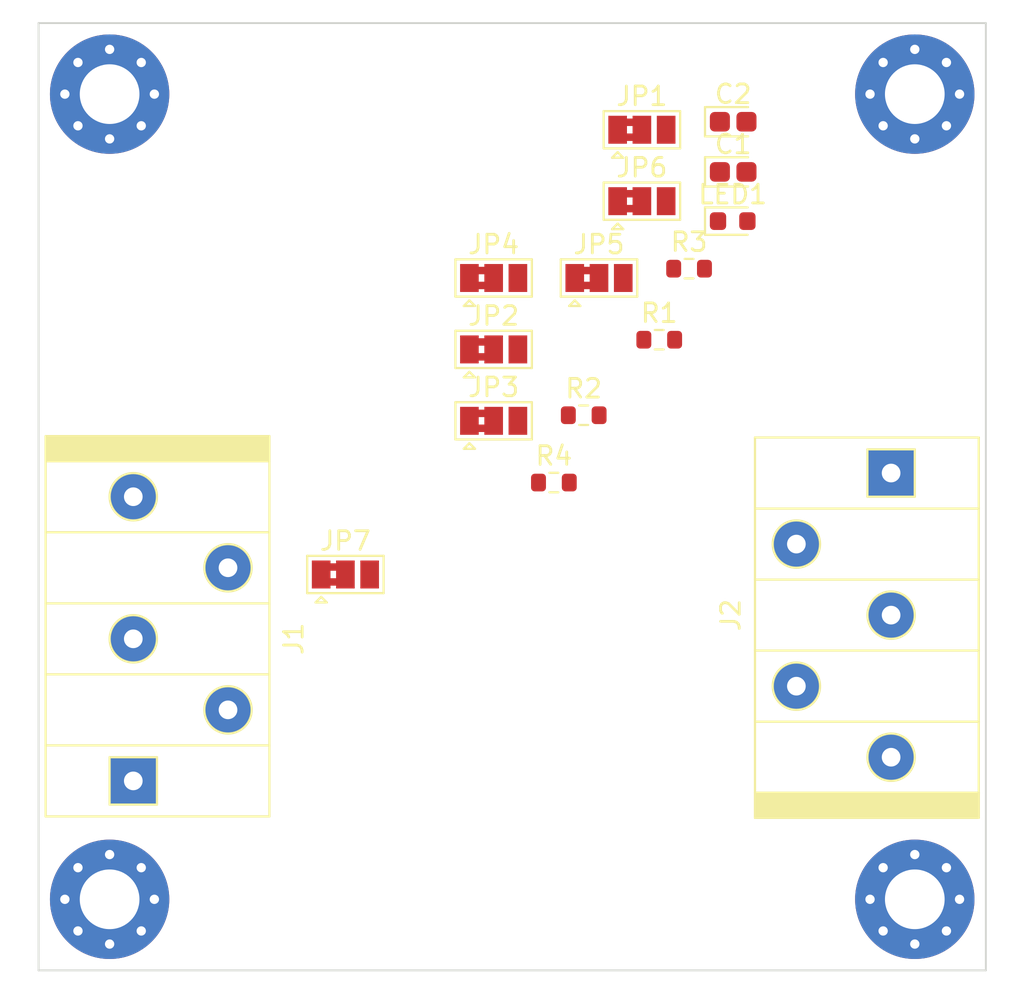
<source format=kicad_pcb>
(kicad_pcb (version 20171130) (host pcbnew "(5.1.9)-1")

  (general
    (thickness 1.6)
    (drawings 4)
    (tracks 0)
    (zones 0)
    (modules 20)
    (nets 19)
  )

  (page A4)
  (layers
    (0 F.Cu signal)
    (31 B.Cu signal)
    (32 B.Adhes user)
    (33 F.Adhes user)
    (34 B.Paste user)
    (35 F.Paste user)
    (36 B.SilkS user)
    (37 F.SilkS user)
    (38 B.Mask user)
    (39 F.Mask user)
    (40 Dwgs.User user)
    (41 Cmts.User user)
    (42 Eco1.User user)
    (43 Eco2.User user)
    (44 Edge.Cuts user)
    (45 Margin user)
    (46 B.CrtYd user)
    (47 F.CrtYd user)
    (48 B.Fab user)
    (49 F.Fab user)
  )

  (setup
    (last_trace_width 0.25)
    (user_trace_width 0.4)
    (user_trace_width 0.7)
    (user_trace_width 0.8)
    (trace_clearance 0.2)
    (zone_clearance 0.508)
    (zone_45_only no)
    (trace_min 0.2)
    (via_size 0.8)
    (via_drill 0.4)
    (via_min_size 0.4)
    (via_min_drill 0.3)
    (user_via 1 0.5)
    (user_via 1.2 0.6)
    (user_via 1.5 0.7)
    (uvia_size 0.3)
    (uvia_drill 0.1)
    (uvias_allowed no)
    (uvia_min_size 0.2)
    (uvia_min_drill 0.1)
    (edge_width 0.1)
    (segment_width 0.2)
    (pcb_text_width 0.3)
    (pcb_text_size 1.5 1.5)
    (mod_edge_width 0.15)
    (mod_text_size 1 1)
    (mod_text_width 0.15)
    (pad_size 1.524 1.524)
    (pad_drill 0.762)
    (pad_to_mask_clearance 0)
    (aux_axis_origin 0 0)
    (visible_elements 7FFFFFFF)
    (pcbplotparams
      (layerselection 0x010fc_ffffffff)
      (usegerberextensions false)
      (usegerberattributes true)
      (usegerberadvancedattributes true)
      (creategerberjobfile true)
      (excludeedgelayer true)
      (linewidth 0.100000)
      (plotframeref false)
      (viasonmask false)
      (mode 1)
      (useauxorigin false)
      (hpglpennumber 1)
      (hpglpenspeed 20)
      (hpglpendiameter 15.000000)
      (psnegative false)
      (psa4output false)
      (plotreference true)
      (plotvalue true)
      (plotinvisibletext false)
      (padsonsilk false)
      (subtractmaskfromsilk false)
      (outputformat 1)
      (mirror false)
      (drillshape 1)
      (scaleselection 1)
      (outputdirectory ""))
  )

  (net 0 "")
  (net 1 "Net-(C1-Pad1)")
  (net 2 "Net-(C1-Pad2)")
  (net 3 "Net-(C2-Pad2)")
  (net 4 "Net-(J1-Pad5)")
  (net 5 "Net-(J1-Pad4)")
  (net 6 "Net-(J1-Pad3)")
  (net 7 "Net-(J1-Pad2)")
  (net 8 "Net-(J2-Pad3)")
  (net 9 "Net-(J2-Pad4)")
  (net 10 "Net-(J2-Pad5)")
  (net 11 "Net-(JP1-Pad2)")
  (net 12 "Net-(JP2-Pad2)")
  (net 13 "Net-(JP3-Pad2)")
  (net 14 "Net-(JP4-Pad2)")
  (net 15 "Net-(JP5-Pad2)")
  (net 16 "Net-(JP6-Pad2)")
  (net 17 "Net-(JP7-Pad2)")
  (net 18 "Net-(LED1-Pad2)")

  (net_class Default "This is the default net class."
    (clearance 0.2)
    (trace_width 0.25)
    (via_dia 0.8)
    (via_drill 0.4)
    (uvia_dia 0.3)
    (uvia_drill 0.1)
    (add_net "Net-(C1-Pad1)")
    (add_net "Net-(C1-Pad2)")
    (add_net "Net-(C2-Pad2)")
    (add_net "Net-(J1-Pad2)")
    (add_net "Net-(J1-Pad3)")
    (add_net "Net-(J1-Pad4)")
    (add_net "Net-(J1-Pad5)")
    (add_net "Net-(J2-Pad3)")
    (add_net "Net-(J2-Pad4)")
    (add_net "Net-(J2-Pad5)")
    (add_net "Net-(JP1-Pad2)")
    (add_net "Net-(JP2-Pad2)")
    (add_net "Net-(JP3-Pad2)")
    (add_net "Net-(JP4-Pad2)")
    (add_net "Net-(JP5-Pad2)")
    (add_net "Net-(JP6-Pad2)")
    (add_net "Net-(JP7-Pad2)")
    (add_net "Net-(LED1-Pad2)")
  )

  (net_class Guido ""
    (clearance 0.2)
    (trace_width 0.4)
    (via_dia 1)
    (via_drill 0.5)
    (uvia_dia 0.3)
    (uvia_drill 0.1)
  )

  (module Terminal_Block_WR_TBL:terminal_block_1x05_45DEG_3.81MM_5POS (layer F.Cu) (tedit 6040E5CF) (tstamp 6046D3BB)
    (at 236.22 95.25 90)
    (path /5EA71BA0)
    (fp_text reference J2 (at 0 -8.6 90) (layer F.SilkS)
      (effects (font (size 1 1) (thickness 0.15)))
    )
    (fp_text value TERMINALES2 (at 0 6.3 90) (layer F.Fab)
      (effects (font (size 1 1) (thickness 0.15)))
    )
    (fp_poly (pts (xy -9.525 4.7) (xy -10.87 4.7) (xy -10.87 -7.3) (xy -9.525 -7.3)) (layer F.SilkS) (width 0.1))
    (fp_line (start 6.35 1.27) (end 6.35 -1.27) (layer F.SilkS) (width 0.12))
    (fp_line (start 8.89 1.27) (end 6.35 1.27) (layer F.SilkS) (width 0.12))
    (fp_line (start 8.89 -1.27) (end 8.89 1.27) (layer F.SilkS) (width 0.12))
    (fp_line (start 6.35 -1.27) (end 8.89 -1.27) (layer F.SilkS) (width 0.12))
    (fp_circle (center 3.81 -5.08) (end 3.81 -3.81) (layer F.SilkS) (width 0.12))
    (fp_circle (center -3.81 -5.08) (end -3.81 -3.81) (layer F.SilkS) (width 0.12))
    (fp_circle (center -7.62 0) (end -7.62 1.27) (layer F.SilkS) (width 0.12))
    (fp_circle (center 0 0) (end 0 1.27) (layer F.SilkS) (width 0.12))
    (fp_line (start -10.87 -7.3) (end -10.87 4.7) (layer F.SilkS) (width 0.12))
    (fp_line (start 9.525 -7.3) (end 9.525 4.7) (layer F.SilkS) (width 0.12))
    (fp_line (start -9.525 -7.3) (end -9.525 4.7) (layer F.SilkS) (width 0.12))
    (fp_line (start -5.715 -7.3) (end -5.715 4.7) (layer F.SilkS) (width 0.12))
    (fp_line (start -1.9 -7.3) (end -1.9 4.7) (layer F.SilkS) (width 0.12))
    (fp_line (start 1.905 -7.3) (end 1.905 4.7) (layer F.SilkS) (width 0.12))
    (fp_line (start 5.715 4.7) (end 5.715 -7.29) (layer F.SilkS) (width 0.12))
    (fp_line (start 9.525 4.7) (end -10.87 4.7) (layer F.SilkS) (width 0.12))
    (fp_line (start 9.525 -7.3) (end -10.87 -7.3) (layer F.SilkS) (width 0.12))
    (fp_line (start -8.89 -5.08) (end -6.858 -5.08) (layer F.Fab) (width 0.12))
    (fp_line (start -6.35 -4.826) (end -6.35 -3.175) (layer F.Fab) (width 0.12))
    (fp_line (start -6.35 -3.175) (end -8.89 -3.175) (layer F.Fab) (width 0.12))
    (fp_line (start -8.89 -3.175) (end -8.89 -5.08) (layer F.Fab) (width 0.12))
    (fp_line (start -8.89 -4.445) (end -6.35 -4.445) (layer F.Fab) (width 0.12))
    (fp_line (start -6.35 -3.81) (end -8.89 -3.81) (layer F.Fab) (width 0.12))
    (fp_line (start -6.858 -5.08) (end -6.858 -4.826) (layer F.Fab) (width 0.12))
    (fp_line (start -6.858 -4.826) (end -6.35 -4.826) (layer F.Fab) (width 0.12))
    (fp_poly (pts (xy -6.35 -4.064) (xy -8.89 -4.064) (xy -8.89 -4.445) (xy -6.35 -4.445)) (layer F.Fab) (width 0.1))
    (fp_line (start -2.54 -3.175) (end -5.08 -3.175) (layer F.Fab) (width 0.12))
    (fp_line (start -5.08 -3.175) (end -5.08 -5.08) (layer F.Fab) (width 0.12))
    (fp_line (start -2.54 -4.826) (end -2.54 -3.175) (layer F.Fab) (width 0.12))
    (fp_line (start -5.08 -5.08) (end -3.048 -5.08) (layer F.Fab) (width 0.12))
    (fp_line (start -2.54 -3.81) (end -5.08 -3.81) (layer F.Fab) (width 0.12))
    (fp_line (start -5.08 -4.445) (end -2.54 -4.445) (layer F.Fab) (width 0.12))
    (fp_line (start -3.048 -5.08) (end -3.048 -4.826) (layer F.Fab) (width 0.12))
    (fp_poly (pts (xy -2.54 -4.064) (xy -5.08 -4.064) (xy -5.08 -4.445) (xy -2.54 -4.445)) (layer F.Fab) (width 0.1))
    (fp_line (start -3.048 -4.826) (end -2.54 -4.826) (layer F.Fab) (width 0.12))
    (fp_line (start 1.27 -3.175) (end -1.27 -3.175) (layer F.Fab) (width 0.12))
    (fp_line (start -1.27 -3.175) (end -1.27 -5.08) (layer F.Fab) (width 0.12))
    (fp_line (start -1.27 -4.445) (end 1.27 -4.445) (layer F.Fab) (width 0.12))
    (fp_line (start 1.27 -3.81) (end -1.27 -3.81) (layer F.Fab) (width 0.12))
    (fp_line (start 0.762 -5.08) (end 0.762 -4.826) (layer F.Fab) (width 0.12))
    (fp_line (start 0.762 -4.826) (end 1.27 -4.826) (layer F.Fab) (width 0.12))
    (fp_line (start 1.27 -4.826) (end 1.27 -3.175) (layer F.Fab) (width 0.12))
    (fp_line (start -1.27 -5.08) (end 0.762 -5.08) (layer F.Fab) (width 0.12))
    (fp_poly (pts (xy 1.27 -4.064) (xy -1.27 -4.064) (xy -1.27 -4.445) (xy 1.27 -4.445)) (layer F.Fab) (width 0.1))
    (fp_line (start 2.54 -3.175) (end 2.54 -5.08) (layer F.Fab) (width 0.12))
    (fp_line (start 2.54 -4.445) (end 5.08 -4.445) (layer F.Fab) (width 0.12))
    (fp_line (start 5.08 -3.175) (end 2.54 -3.175) (layer F.Fab) (width 0.12))
    (fp_line (start 2.54 -5.08) (end 4.572 -5.08) (layer F.Fab) (width 0.12))
    (fp_line (start 5.08 -3.81) (end 2.54 -3.81) (layer F.Fab) (width 0.12))
    (fp_poly (pts (xy 5.08 -4.064) (xy 2.54 -4.064) (xy 2.54 -4.445) (xy 5.08 -4.445)) (layer F.Fab) (width 0.1))
    (fp_line (start 4.572 -5.08) (end 4.572 -4.826) (layer F.Fab) (width 0.12))
    (fp_line (start 5.08 -4.826) (end 5.08 -3.175) (layer F.Fab) (width 0.12))
    (fp_line (start 4.572 -4.826) (end 5.08 -4.826) (layer F.Fab) (width 0.12))
    (fp_line (start 8.89 -4.826) (end 8.89 -3.175) (layer F.Fab) (width 0.12))
    (fp_line (start 8.89 -3.175) (end 6.35 -3.175) (layer F.Fab) (width 0.12))
    (fp_line (start 6.35 -4.445) (end 8.89 -4.445) (layer F.Fab) (width 0.12))
    (fp_line (start 8.89 -3.81) (end 6.35 -3.81) (layer F.Fab) (width 0.12))
    (fp_line (start 6.35 -5.08) (end 8.382 -5.08) (layer F.Fab) (width 0.12))
    (fp_line (start 6.35 -3.175) (end 6.35 -5.08) (layer F.Fab) (width 0.12))
    (fp_line (start 8.382 -5.08) (end 8.382 -4.826) (layer F.Fab) (width 0.12))
    (fp_line (start 8.382 -4.826) (end 8.89 -4.826) (layer F.Fab) (width 0.12))
    (fp_poly (pts (xy 8.89 -4.064) (xy 6.35 -4.064) (xy 6.35 -4.445) (xy 8.89 -4.445)) (layer F.Fab) (width 0.1))
    (fp_line (start 9.652 -7.493) (end 9.652 4.826) (layer Dwgs.User) (width 0.12))
    (fp_line (start 9.652 4.826) (end -11.049 4.826) (layer Dwgs.User) (width 0.12))
    (fp_line (start -11.049 4.826) (end -11.049 -7.493) (layer Dwgs.User) (width 0.12))
    (fp_line (start -11.049 -7.493) (end 9.652 -7.493) (layer Dwgs.User) (width 0.12))
    (pad 5 thru_hole circle (at -7.62 0 180) (size 2.54 2.54) (drill 1) (layers *.Cu *.Mask)
      (net 10 "Net-(J2-Pad5)"))
    (pad 4 thru_hole circle (at -3.81 -5.08 180) (size 2.54 2.54) (drill 1) (layers *.Cu *.Mask)
      (net 9 "Net-(J2-Pad4)"))
    (pad 3 thru_hole circle (at 0 0 180) (size 2.54 2.54) (drill 1) (layers *.Cu *.Mask)
      (net 8 "Net-(J2-Pad3)"))
    (pad 2 thru_hole circle (at 3.81 -5.08 90) (size 2.54 2.54) (drill 1) (layers *.Cu *.Mask)
      (net 3 "Net-(C2-Pad2)"))
    (pad 1 thru_hole rect (at 7.62 0 180) (size 2.54 2.54) (drill 1) (layers *.Cu *.Mask)
      (net 1 "Net-(C1-Pad1)"))
  )

  (module Terminal_Block_WR_TBL:terminal_block_1x05_45DEG_3.81MM_5POS (layer F.Cu) (tedit 6040E5CF) (tstamp 6046CF67)
    (at 195.58 96.52 270)
    (path /5EA6E290)
    (fp_text reference J1 (at 0 -8.6 90) (layer F.SilkS)
      (effects (font (size 1 1) (thickness 0.15)))
    )
    (fp_text value TERMINALES1 (at 0 6.3 90) (layer F.Fab)
      (effects (font (size 1 1) (thickness 0.15)))
    )
    (fp_poly (pts (xy -9.525 4.7) (xy -10.87 4.7) (xy -10.87 -7.3) (xy -9.525 -7.3)) (layer F.SilkS) (width 0.1))
    (fp_line (start 6.35 1.27) (end 6.35 -1.27) (layer F.SilkS) (width 0.12))
    (fp_line (start 8.89 1.27) (end 6.35 1.27) (layer F.SilkS) (width 0.12))
    (fp_line (start 8.89 -1.27) (end 8.89 1.27) (layer F.SilkS) (width 0.12))
    (fp_line (start 6.35 -1.27) (end 8.89 -1.27) (layer F.SilkS) (width 0.12))
    (fp_circle (center 3.81 -5.08) (end 3.81 -3.81) (layer F.SilkS) (width 0.12))
    (fp_circle (center -3.81 -5.08) (end -3.81 -3.81) (layer F.SilkS) (width 0.12))
    (fp_circle (center -7.62 0) (end -7.62 1.27) (layer F.SilkS) (width 0.12))
    (fp_circle (center 0 0) (end 0 1.27) (layer F.SilkS) (width 0.12))
    (fp_line (start -10.87 -7.3) (end -10.87 4.7) (layer F.SilkS) (width 0.12))
    (fp_line (start 9.525 -7.3) (end 9.525 4.7) (layer F.SilkS) (width 0.12))
    (fp_line (start -9.525 -7.3) (end -9.525 4.7) (layer F.SilkS) (width 0.12))
    (fp_line (start -5.715 -7.3) (end -5.715 4.7) (layer F.SilkS) (width 0.12))
    (fp_line (start -1.9 -7.3) (end -1.9 4.7) (layer F.SilkS) (width 0.12))
    (fp_line (start 1.905 -7.3) (end 1.905 4.7) (layer F.SilkS) (width 0.12))
    (fp_line (start 5.715 4.7) (end 5.715 -7.29) (layer F.SilkS) (width 0.12))
    (fp_line (start 9.525 4.7) (end -10.87 4.7) (layer F.SilkS) (width 0.12))
    (fp_line (start 9.525 -7.3) (end -10.87 -7.3) (layer F.SilkS) (width 0.12))
    (fp_line (start -8.89 -5.08) (end -6.858 -5.08) (layer F.Fab) (width 0.12))
    (fp_line (start -6.35 -4.826) (end -6.35 -3.175) (layer F.Fab) (width 0.12))
    (fp_line (start -6.35 -3.175) (end -8.89 -3.175) (layer F.Fab) (width 0.12))
    (fp_line (start -8.89 -3.175) (end -8.89 -5.08) (layer F.Fab) (width 0.12))
    (fp_line (start -8.89 -4.445) (end -6.35 -4.445) (layer F.Fab) (width 0.12))
    (fp_line (start -6.35 -3.81) (end -8.89 -3.81) (layer F.Fab) (width 0.12))
    (fp_line (start -6.858 -5.08) (end -6.858 -4.826) (layer F.Fab) (width 0.12))
    (fp_line (start -6.858 -4.826) (end -6.35 -4.826) (layer F.Fab) (width 0.12))
    (fp_poly (pts (xy -6.35 -4.064) (xy -8.89 -4.064) (xy -8.89 -4.445) (xy -6.35 -4.445)) (layer F.Fab) (width 0.1))
    (fp_line (start -2.54 -3.175) (end -5.08 -3.175) (layer F.Fab) (width 0.12))
    (fp_line (start -5.08 -3.175) (end -5.08 -5.08) (layer F.Fab) (width 0.12))
    (fp_line (start -2.54 -4.826) (end -2.54 -3.175) (layer F.Fab) (width 0.12))
    (fp_line (start -5.08 -5.08) (end -3.048 -5.08) (layer F.Fab) (width 0.12))
    (fp_line (start -2.54 -3.81) (end -5.08 -3.81) (layer F.Fab) (width 0.12))
    (fp_line (start -5.08 -4.445) (end -2.54 -4.445) (layer F.Fab) (width 0.12))
    (fp_line (start -3.048 -5.08) (end -3.048 -4.826) (layer F.Fab) (width 0.12))
    (fp_poly (pts (xy -2.54 -4.064) (xy -5.08 -4.064) (xy -5.08 -4.445) (xy -2.54 -4.445)) (layer F.Fab) (width 0.1))
    (fp_line (start -3.048 -4.826) (end -2.54 -4.826) (layer F.Fab) (width 0.12))
    (fp_line (start 1.27 -3.175) (end -1.27 -3.175) (layer F.Fab) (width 0.12))
    (fp_line (start -1.27 -3.175) (end -1.27 -5.08) (layer F.Fab) (width 0.12))
    (fp_line (start -1.27 -4.445) (end 1.27 -4.445) (layer F.Fab) (width 0.12))
    (fp_line (start 1.27 -3.81) (end -1.27 -3.81) (layer F.Fab) (width 0.12))
    (fp_line (start 0.762 -5.08) (end 0.762 -4.826) (layer F.Fab) (width 0.12))
    (fp_line (start 0.762 -4.826) (end 1.27 -4.826) (layer F.Fab) (width 0.12))
    (fp_line (start 1.27 -4.826) (end 1.27 -3.175) (layer F.Fab) (width 0.12))
    (fp_line (start -1.27 -5.08) (end 0.762 -5.08) (layer F.Fab) (width 0.12))
    (fp_poly (pts (xy 1.27 -4.064) (xy -1.27 -4.064) (xy -1.27 -4.445) (xy 1.27 -4.445)) (layer F.Fab) (width 0.1))
    (fp_line (start 2.54 -3.175) (end 2.54 -5.08) (layer F.Fab) (width 0.12))
    (fp_line (start 2.54 -4.445) (end 5.08 -4.445) (layer F.Fab) (width 0.12))
    (fp_line (start 5.08 -3.175) (end 2.54 -3.175) (layer F.Fab) (width 0.12))
    (fp_line (start 2.54 -5.08) (end 4.572 -5.08) (layer F.Fab) (width 0.12))
    (fp_line (start 5.08 -3.81) (end 2.54 -3.81) (layer F.Fab) (width 0.12))
    (fp_poly (pts (xy 5.08 -4.064) (xy 2.54 -4.064) (xy 2.54 -4.445) (xy 5.08 -4.445)) (layer F.Fab) (width 0.1))
    (fp_line (start 4.572 -5.08) (end 4.572 -4.826) (layer F.Fab) (width 0.12))
    (fp_line (start 5.08 -4.826) (end 5.08 -3.175) (layer F.Fab) (width 0.12))
    (fp_line (start 4.572 -4.826) (end 5.08 -4.826) (layer F.Fab) (width 0.12))
    (fp_line (start 8.89 -4.826) (end 8.89 -3.175) (layer F.Fab) (width 0.12))
    (fp_line (start 8.89 -3.175) (end 6.35 -3.175) (layer F.Fab) (width 0.12))
    (fp_line (start 6.35 -4.445) (end 8.89 -4.445) (layer F.Fab) (width 0.12))
    (fp_line (start 8.89 -3.81) (end 6.35 -3.81) (layer F.Fab) (width 0.12))
    (fp_line (start 6.35 -5.08) (end 8.382 -5.08) (layer F.Fab) (width 0.12))
    (fp_line (start 6.35 -3.175) (end 6.35 -5.08) (layer F.Fab) (width 0.12))
    (fp_line (start 8.382 -5.08) (end 8.382 -4.826) (layer F.Fab) (width 0.12))
    (fp_line (start 8.382 -4.826) (end 8.89 -4.826) (layer F.Fab) (width 0.12))
    (fp_poly (pts (xy 8.89 -4.064) (xy 6.35 -4.064) (xy 6.35 -4.445) (xy 8.89 -4.445)) (layer F.Fab) (width 0.1))
    (fp_line (start 9.652 -7.493) (end 9.652 4.826) (layer Dwgs.User) (width 0.12))
    (fp_line (start 9.652 4.826) (end -11.049 4.826) (layer Dwgs.User) (width 0.12))
    (fp_line (start -11.049 4.826) (end -11.049 -7.493) (layer Dwgs.User) (width 0.12))
    (fp_line (start -11.049 -7.493) (end 9.652 -7.493) (layer Dwgs.User) (width 0.12))
    (pad 5 thru_hole circle (at -7.62 0) (size 2.54 2.54) (drill 1) (layers *.Cu *.Mask)
      (net 4 "Net-(J1-Pad5)"))
    (pad 4 thru_hole circle (at -3.81 -5.08) (size 2.54 2.54) (drill 1) (layers *.Cu *.Mask)
      (net 5 "Net-(J1-Pad4)"))
    (pad 3 thru_hole circle (at 0 0) (size 2.54 2.54) (drill 1) (layers *.Cu *.Mask)
      (net 6 "Net-(J1-Pad3)"))
    (pad 2 thru_hole circle (at 3.81 -5.08 270) (size 2.54 2.54) (drill 1) (layers *.Cu *.Mask)
      (net 7 "Net-(J1-Pad2)"))
    (pad 1 thru_hole rect (at 7.62 0) (size 2.54 2.54) (drill 1) (layers *.Cu *.Mask)
      (net 1 "Net-(C1-Pad1)"))
  )

  (module Capacitor_Tantalum_SMD:CP_EIA-1608-08_AVX-J (layer F.Cu) (tedit 5EBA9318) (tstamp 60414069)
    (at 227.750001 71.480001)
    (descr "Tantalum Capacitor SMD AVX-J (1608-08 Metric), IPC_7351 nominal, (Body size from: https://www.vishay.com/docs/48064/_t58_vmn_pt0471_1601.pdf), generated with kicad-footprint-generator")
    (tags "capacitor tantalum")
    (path /5EA66B20)
    (attr smd)
    (fp_text reference C1 (at 0 -1.48) (layer F.SilkS)
      (effects (font (size 1 1) (thickness 0.15)))
    )
    (fp_text value 100n (at 0 1.48) (layer F.Fab)
      (effects (font (size 1 1) (thickness 0.15)))
    )
    (fp_line (start 1.5 0.78) (end -1.5 0.78) (layer F.CrtYd) (width 0.05))
    (fp_line (start 1.5 -0.78) (end 1.5 0.78) (layer F.CrtYd) (width 0.05))
    (fp_line (start -1.5 -0.78) (end 1.5 -0.78) (layer F.CrtYd) (width 0.05))
    (fp_line (start -1.5 0.78) (end -1.5 -0.78) (layer F.CrtYd) (width 0.05))
    (fp_line (start -1.51 0.785) (end 0.8 0.785) (layer F.SilkS) (width 0.12))
    (fp_line (start -1.51 -0.785) (end -1.51 0.785) (layer F.SilkS) (width 0.12))
    (fp_line (start 0.8 -0.785) (end -1.51 -0.785) (layer F.SilkS) (width 0.12))
    (fp_line (start 0.8 0.425) (end 0.8 -0.425) (layer F.Fab) (width 0.1))
    (fp_line (start -0.8 0.425) (end 0.8 0.425) (layer F.Fab) (width 0.1))
    (fp_line (start -0.8 -0.125) (end -0.8 0.425) (layer F.Fab) (width 0.1))
    (fp_line (start -0.5 -0.425) (end -0.8 -0.125) (layer F.Fab) (width 0.1))
    (fp_line (start 0.8 -0.425) (end -0.5 -0.425) (layer F.Fab) (width 0.1))
    (fp_text user %R (at 0 0) (layer F.Fab)
      (effects (font (size 0.4 0.4) (thickness 0.06)))
    )
    (pad 1 smd roundrect (at -0.7125 0) (size 1.075 1.05) (layers F.Cu F.Paste F.Mask) (roundrect_rratio 0.238095)
      (net 1 "Net-(C1-Pad1)"))
    (pad 2 smd roundrect (at 0.7125 0) (size 1.075 1.05) (layers F.Cu F.Paste F.Mask) (roundrect_rratio 0.238095)
      (net 2 "Net-(C1-Pad2)"))
    (model ${KISYS3DMOD}/Capacitor_Tantalum_SMD.3dshapes/CP_EIA-1608-08_AVX-J.wrl
      (at (xyz 0 0 0))
      (scale (xyz 1 1 1))
      (rotate (xyz 0 0 0))
    )
  )

  (module Capacitor_Tantalum_SMD:CP_EIA-1608-08_AVX-J (layer F.Cu) (tedit 5EBA9318) (tstamp 6041407C)
    (at 227.750001 68.790001)
    (descr "Tantalum Capacitor SMD AVX-J (1608-08 Metric), IPC_7351 nominal, (Body size from: https://www.vishay.com/docs/48064/_t58_vmn_pt0471_1601.pdf), generated with kicad-footprint-generator")
    (tags "capacitor tantalum")
    (path /5EA654E2)
    (attr smd)
    (fp_text reference C2 (at 0 -1.48) (layer F.SilkS)
      (effects (font (size 1 1) (thickness 0.15)))
    )
    (fp_text value 100n (at 0 1.48) (layer F.Fab)
      (effects (font (size 1 1) (thickness 0.15)))
    )
    (fp_line (start 0.8 -0.425) (end -0.5 -0.425) (layer F.Fab) (width 0.1))
    (fp_line (start -0.5 -0.425) (end -0.8 -0.125) (layer F.Fab) (width 0.1))
    (fp_line (start -0.8 -0.125) (end -0.8 0.425) (layer F.Fab) (width 0.1))
    (fp_line (start -0.8 0.425) (end 0.8 0.425) (layer F.Fab) (width 0.1))
    (fp_line (start 0.8 0.425) (end 0.8 -0.425) (layer F.Fab) (width 0.1))
    (fp_line (start 0.8 -0.785) (end -1.51 -0.785) (layer F.SilkS) (width 0.12))
    (fp_line (start -1.51 -0.785) (end -1.51 0.785) (layer F.SilkS) (width 0.12))
    (fp_line (start -1.51 0.785) (end 0.8 0.785) (layer F.SilkS) (width 0.12))
    (fp_line (start -1.5 0.78) (end -1.5 -0.78) (layer F.CrtYd) (width 0.05))
    (fp_line (start -1.5 -0.78) (end 1.5 -0.78) (layer F.CrtYd) (width 0.05))
    (fp_line (start 1.5 -0.78) (end 1.5 0.78) (layer F.CrtYd) (width 0.05))
    (fp_line (start 1.5 0.78) (end -1.5 0.78) (layer F.CrtYd) (width 0.05))
    (fp_text user %R (at 0 0) (layer F.Fab)
      (effects (font (size 0.4 0.4) (thickness 0.06)))
    )
    (pad 2 smd roundrect (at 0.7125 0) (size 1.075 1.05) (layers F.Cu F.Paste F.Mask) (roundrect_rratio 0.238095)
      (net 3 "Net-(C2-Pad2)"))
    (pad 1 smd roundrect (at -0.7125 0) (size 1.075 1.05) (layers F.Cu F.Paste F.Mask) (roundrect_rratio 0.238095)
      (net 1 "Net-(C1-Pad1)"))
    (model ${KISYS3DMOD}/Capacitor_Tantalum_SMD.3dshapes/CP_EIA-1608-08_AVX-J.wrl
      (at (xyz 0 0 0))
      (scale (xyz 1 1 1))
      (rotate (xyz 0 0 0))
    )
  )

  (module MountingHole:MountingHole_3.2mm_M3_Pad_Via (layer F.Cu) (tedit 56DDBCCA) (tstamp 6041408C)
    (at 194.31 67.31)
    (descr "Mounting Hole 3.2mm, M3")
    (tags "mounting hole 3.2mm m3")
    (path /603DDE1D)
    (attr virtual)
    (fp_text reference H1 (at 0 -4.2) (layer F.Fab)
      (effects (font (size 1 1) (thickness 0.15)))
    )
    (fp_text value MountingHole (at 0 4.2) (layer F.Fab)
      (effects (font (size 1 1) (thickness 0.15)))
    )
    (fp_circle (center 0 0) (end 3.2 0) (layer Cmts.User) (width 0.15))
    (fp_circle (center 0 0) (end 3.45 0) (layer F.CrtYd) (width 0.05))
    (fp_text user %R (at 0.3 0) (layer F.Fab)
      (effects (font (size 1 1) (thickness 0.15)))
    )
    (pad 1 thru_hole circle (at 1.697056 -1.697056) (size 0.8 0.8) (drill 0.5) (layers *.Cu *.Mask))
    (pad 1 thru_hole circle (at 0 -2.4) (size 0.8 0.8) (drill 0.5) (layers *.Cu *.Mask))
    (pad 1 thru_hole circle (at -1.697056 -1.697056) (size 0.8 0.8) (drill 0.5) (layers *.Cu *.Mask))
    (pad 1 thru_hole circle (at -2.4 0) (size 0.8 0.8) (drill 0.5) (layers *.Cu *.Mask))
    (pad 1 thru_hole circle (at -1.697056 1.697056) (size 0.8 0.8) (drill 0.5) (layers *.Cu *.Mask))
    (pad 1 thru_hole circle (at 0 2.4) (size 0.8 0.8) (drill 0.5) (layers *.Cu *.Mask))
    (pad 1 thru_hole circle (at 1.697056 1.697056) (size 0.8 0.8) (drill 0.5) (layers *.Cu *.Mask))
    (pad 1 thru_hole circle (at 2.4 0) (size 0.8 0.8) (drill 0.5) (layers *.Cu *.Mask))
    (pad 1 thru_hole circle (at 0 0) (size 6.4 6.4) (drill 3.2) (layers *.Cu *.Mask))
  )

  (module MountingHole:MountingHole_3.2mm_M3_Pad_Via (layer F.Cu) (tedit 56DDBCCA) (tstamp 6041409C)
    (at 194.31 110.49)
    (descr "Mounting Hole 3.2mm, M3")
    (tags "mounting hole 3.2mm m3")
    (path /603DEAB4)
    (attr virtual)
    (fp_text reference H2 (at 0 -4.2) (layer B.CrtYd)
      (effects (font (size 1 1) (thickness 0.15)))
    )
    (fp_text value MountingHole (at 0 4.2) (layer F.Fab)
      (effects (font (size 1 1) (thickness 0.15)))
    )
    (fp_circle (center 0 0) (end 3.45 0) (layer F.CrtYd) (width 0.05))
    (fp_circle (center 0 0) (end 3.2 0) (layer Cmts.User) (width 0.15))
    (fp_text user %R (at 0.3 0) (layer F.Fab)
      (effects (font (size 1 1) (thickness 0.15)))
    )
    (pad 1 thru_hole circle (at 0 0) (size 6.4 6.4) (drill 3.2) (layers *.Cu *.Mask))
    (pad 1 thru_hole circle (at 2.4 0) (size 0.8 0.8) (drill 0.5) (layers *.Cu *.Mask))
    (pad 1 thru_hole circle (at 1.697056 1.697056) (size 0.8 0.8) (drill 0.5) (layers *.Cu *.Mask))
    (pad 1 thru_hole circle (at 0 2.4) (size 0.8 0.8) (drill 0.5) (layers *.Cu *.Mask))
    (pad 1 thru_hole circle (at -1.697056 1.697056) (size 0.8 0.8) (drill 0.5) (layers *.Cu *.Mask))
    (pad 1 thru_hole circle (at -2.4 0) (size 0.8 0.8) (drill 0.5) (layers *.Cu *.Mask))
    (pad 1 thru_hole circle (at -1.697056 -1.697056) (size 0.8 0.8) (drill 0.5) (layers *.Cu *.Mask))
    (pad 1 thru_hole circle (at 0 -2.4) (size 0.8 0.8) (drill 0.5) (layers *.Cu *.Mask))
    (pad 1 thru_hole circle (at 1.697056 -1.697056) (size 0.8 0.8) (drill 0.5) (layers *.Cu *.Mask))
  )

  (module MountingHole:MountingHole_3.2mm_M3_Pad_Via (layer F.Cu) (tedit 56DDBCCA) (tstamp 604140AC)
    (at 237.49 67.31)
    (descr "Mounting Hole 3.2mm, M3")
    (tags "mounting hole 3.2mm m3")
    (path /603E2A8E)
    (attr virtual)
    (fp_text reference H3 (at 0 -4.2) (layer F.Fab)
      (effects (font (size 1 1) (thickness 0.15)))
    )
    (fp_text value MountingHole (at 0 4.2) (layer F.Fab)
      (effects (font (size 1 1) (thickness 0.15)))
    )
    (fp_circle (center 0 0) (end 3.2 0) (layer Cmts.User) (width 0.15))
    (fp_circle (center 0 0) (end 3.45 0) (layer F.CrtYd) (width 0.05))
    (fp_text user %R (at 0.3 0) (layer F.Fab)
      (effects (font (size 1 1) (thickness 0.15)))
    )
    (pad 1 thru_hole circle (at 1.697056 -1.697056) (size 0.8 0.8) (drill 0.5) (layers *.Cu *.Mask))
    (pad 1 thru_hole circle (at 0 -2.4) (size 0.8 0.8) (drill 0.5) (layers *.Cu *.Mask))
    (pad 1 thru_hole circle (at -1.697056 -1.697056) (size 0.8 0.8) (drill 0.5) (layers *.Cu *.Mask))
    (pad 1 thru_hole circle (at -2.4 0) (size 0.8 0.8) (drill 0.5) (layers *.Cu *.Mask))
    (pad 1 thru_hole circle (at -1.697056 1.697056) (size 0.8 0.8) (drill 0.5) (layers *.Cu *.Mask))
    (pad 1 thru_hole circle (at 0 2.4) (size 0.8 0.8) (drill 0.5) (layers *.Cu *.Mask))
    (pad 1 thru_hole circle (at 1.697056 1.697056) (size 0.8 0.8) (drill 0.5) (layers *.Cu *.Mask))
    (pad 1 thru_hole circle (at 2.4 0) (size 0.8 0.8) (drill 0.5) (layers *.Cu *.Mask))
    (pad 1 thru_hole circle (at 0 0) (size 6.4 6.4) (drill 3.2) (layers *.Cu *.Mask))
  )

  (module MountingHole:MountingHole_3.2mm_M3_Pad_Via (layer F.Cu) (tedit 56DDBCCA) (tstamp 604140BC)
    (at 237.49 110.49)
    (descr "Mounting Hole 3.2mm, M3")
    (tags "mounting hole 3.2mm m3")
    (path /603E6A5C)
    (attr virtual)
    (fp_text reference H4 (at 0 -4.2) (layer F.Fab)
      (effects (font (size 1 1) (thickness 0.15)))
    )
    (fp_text value MountingHole (at 0 4.2) (layer F.Fab)
      (effects (font (size 1 1) (thickness 0.15)))
    )
    (fp_circle (center 0 0) (end 3.45 0) (layer F.CrtYd) (width 0.05))
    (fp_circle (center 0 0) (end 3.2 0) (layer Cmts.User) (width 0.15))
    (fp_text user %R (at 0.3 0) (layer F.Fab)
      (effects (font (size 1 1) (thickness 0.15)))
    )
    (pad 1 thru_hole circle (at 0 0) (size 6.4 6.4) (drill 3.2) (layers *.Cu *.Mask))
    (pad 1 thru_hole circle (at 2.4 0) (size 0.8 0.8) (drill 0.5) (layers *.Cu *.Mask))
    (pad 1 thru_hole circle (at 1.697056 1.697056) (size 0.8 0.8) (drill 0.5) (layers *.Cu *.Mask))
    (pad 1 thru_hole circle (at 0 2.4) (size 0.8 0.8) (drill 0.5) (layers *.Cu *.Mask))
    (pad 1 thru_hole circle (at -1.697056 1.697056) (size 0.8 0.8) (drill 0.5) (layers *.Cu *.Mask))
    (pad 1 thru_hole circle (at -2.4 0) (size 0.8 0.8) (drill 0.5) (layers *.Cu *.Mask))
    (pad 1 thru_hole circle (at -1.697056 -1.697056) (size 0.8 0.8) (drill 0.5) (layers *.Cu *.Mask))
    (pad 1 thru_hole circle (at 0 -2.4) (size 0.8 0.8) (drill 0.5) (layers *.Cu *.Mask))
    (pad 1 thru_hole circle (at 1.697056 -1.697056) (size 0.8 0.8) (drill 0.5) (layers *.Cu *.Mask))
  )

  (module Jumper:SolderJumper-3_P1.3mm_Bridged2Bar12_Pad1.0x1.5mm (layer F.Cu) (tedit 5C756AFF) (tstamp 6041410A)
    (at 222.855001 69.220001)
    (descr "SMD Solder 3-pad Jumper, 1x1.5mm Pads, 0.3mm gap, pads 1-2 Bridged2Bar with 2 copper strip")
    (tags "solder jumper open")
    (path /5EA7ACA2)
    (attr virtual)
    (fp_text reference JP1 (at 0 -1.8) (layer F.SilkS)
      (effects (font (size 1 1) (thickness 0.15)))
    )
    (fp_text value 1 (at 0 2) (layer F.Fab)
      (effects (font (size 1 1) (thickness 0.15)))
    )
    (fp_poly (pts (xy -0.9 0.2) (xy -0.4 0.2) (xy -0.4 0.6) (xy -0.9 0.6)) (layer F.Cu) (width 0))
    (fp_poly (pts (xy -0.9 -0.6) (xy -0.4 -0.6) (xy -0.4 -0.2) (xy -0.9 -0.2)) (layer F.Cu) (width 0))
    (fp_line (start 2.3 1.25) (end -2.3 1.25) (layer F.CrtYd) (width 0.05))
    (fp_line (start 2.3 1.25) (end 2.3 -1.25) (layer F.CrtYd) (width 0.05))
    (fp_line (start -2.3 -1.25) (end -2.3 1.25) (layer F.CrtYd) (width 0.05))
    (fp_line (start -2.3 -1.25) (end 2.3 -1.25) (layer F.CrtYd) (width 0.05))
    (fp_line (start -2.05 -1) (end 2.05 -1) (layer F.SilkS) (width 0.12))
    (fp_line (start 2.05 -1) (end 2.05 1) (layer F.SilkS) (width 0.12))
    (fp_line (start 2.05 1) (end -2.05 1) (layer F.SilkS) (width 0.12))
    (fp_line (start -2.05 1) (end -2.05 -1) (layer F.SilkS) (width 0.12))
    (fp_line (start -1.3 1.2) (end -1.6 1.5) (layer F.SilkS) (width 0.12))
    (fp_line (start -1.6 1.5) (end -1 1.5) (layer F.SilkS) (width 0.12))
    (fp_line (start -1.3 1.2) (end -1 1.5) (layer F.SilkS) (width 0.12))
    (pad 1 smd rect (at -1.3 0) (size 1 1.5) (layers F.Cu F.Mask)
      (net 1 "Net-(C1-Pad1)"))
    (pad 3 smd rect (at 1.3 0) (size 1 1.5) (layers F.Cu F.Mask)
      (net 2 "Net-(C1-Pad2)"))
    (pad 2 smd rect (at 0 0) (size 1 1.5) (layers F.Cu F.Mask)
      (net 11 "Net-(JP1-Pad2)"))
  )

  (module Jumper:SolderJumper-3_P1.3mm_Bridged2Bar12_Pad1.0x1.5mm (layer F.Cu) (tedit 5C756AFF) (tstamp 6041411E)
    (at 214.905001 81.000001)
    (descr "SMD Solder 3-pad Jumper, 1x1.5mm Pads, 0.3mm gap, pads 1-2 Bridged2Bar with 2 copper strip")
    (tags "solder jumper open")
    (path /5EA7B1A4)
    (attr virtual)
    (fp_text reference JP2 (at 0 -1.8) (layer F.SilkS)
      (effects (font (size 1 1) (thickness 0.15)))
    )
    (fp_text value 2 (at 0 2) (layer F.Fab)
      (effects (font (size 1 1) (thickness 0.15)))
    )
    (fp_line (start -1.3 1.2) (end -1 1.5) (layer F.SilkS) (width 0.12))
    (fp_line (start -1.6 1.5) (end -1 1.5) (layer F.SilkS) (width 0.12))
    (fp_line (start -1.3 1.2) (end -1.6 1.5) (layer F.SilkS) (width 0.12))
    (fp_line (start -2.05 1) (end -2.05 -1) (layer F.SilkS) (width 0.12))
    (fp_line (start 2.05 1) (end -2.05 1) (layer F.SilkS) (width 0.12))
    (fp_line (start 2.05 -1) (end 2.05 1) (layer F.SilkS) (width 0.12))
    (fp_line (start -2.05 -1) (end 2.05 -1) (layer F.SilkS) (width 0.12))
    (fp_line (start -2.3 -1.25) (end 2.3 -1.25) (layer F.CrtYd) (width 0.05))
    (fp_line (start -2.3 -1.25) (end -2.3 1.25) (layer F.CrtYd) (width 0.05))
    (fp_line (start 2.3 1.25) (end 2.3 -1.25) (layer F.CrtYd) (width 0.05))
    (fp_line (start 2.3 1.25) (end -2.3 1.25) (layer F.CrtYd) (width 0.05))
    (fp_poly (pts (xy -0.9 -0.6) (xy -0.4 -0.6) (xy -0.4 -0.2) (xy -0.9 -0.2)) (layer F.Cu) (width 0))
    (fp_poly (pts (xy -0.9 0.2) (xy -0.4 0.2) (xy -0.4 0.6) (xy -0.9 0.6)) (layer F.Cu) (width 0))
    (pad 2 smd rect (at 0 0) (size 1 1.5) (layers F.Cu F.Mask)
      (net 12 "Net-(JP2-Pad2)"))
    (pad 3 smd rect (at 1.3 0) (size 1 1.5) (layers F.Cu F.Mask)
      (net 5 "Net-(J1-Pad4)"))
    (pad 1 smd rect (at -1.3 0) (size 1 1.5) (layers F.Cu F.Mask)
      (net 8 "Net-(J2-Pad3)"))
  )

  (module Jumper:SolderJumper-3_P1.3mm_Bridged2Bar12_Pad1.0x1.5mm (layer F.Cu) (tedit 5C756AFF) (tstamp 60414132)
    (at 214.905001 84.830001)
    (descr "SMD Solder 3-pad Jumper, 1x1.5mm Pads, 0.3mm gap, pads 1-2 Bridged2Bar with 2 copper strip")
    (tags "solder jumper open")
    (path /5EA7B711)
    (attr virtual)
    (fp_text reference JP3 (at 0 -1.8) (layer F.SilkS)
      (effects (font (size 1 1) (thickness 0.15)))
    )
    (fp_text value 3 (at 0 2) (layer F.Fab)
      (effects (font (size 1 1) (thickness 0.15)))
    )
    (fp_poly (pts (xy -0.9 0.2) (xy -0.4 0.2) (xy -0.4 0.6) (xy -0.9 0.6)) (layer F.Cu) (width 0))
    (fp_poly (pts (xy -0.9 -0.6) (xy -0.4 -0.6) (xy -0.4 -0.2) (xy -0.9 -0.2)) (layer F.Cu) (width 0))
    (fp_line (start 2.3 1.25) (end -2.3 1.25) (layer F.CrtYd) (width 0.05))
    (fp_line (start 2.3 1.25) (end 2.3 -1.25) (layer F.CrtYd) (width 0.05))
    (fp_line (start -2.3 -1.25) (end -2.3 1.25) (layer F.CrtYd) (width 0.05))
    (fp_line (start -2.3 -1.25) (end 2.3 -1.25) (layer F.CrtYd) (width 0.05))
    (fp_line (start -2.05 -1) (end 2.05 -1) (layer F.SilkS) (width 0.12))
    (fp_line (start 2.05 -1) (end 2.05 1) (layer F.SilkS) (width 0.12))
    (fp_line (start 2.05 1) (end -2.05 1) (layer F.SilkS) (width 0.12))
    (fp_line (start -2.05 1) (end -2.05 -1) (layer F.SilkS) (width 0.12))
    (fp_line (start -1.3 1.2) (end -1.6 1.5) (layer F.SilkS) (width 0.12))
    (fp_line (start -1.6 1.5) (end -1 1.5) (layer F.SilkS) (width 0.12))
    (fp_line (start -1.3 1.2) (end -1 1.5) (layer F.SilkS) (width 0.12))
    (pad 1 smd rect (at -1.3 0) (size 1 1.5) (layers F.Cu F.Mask)
      (net 9 "Net-(J2-Pad4)"))
    (pad 3 smd rect (at 1.3 0) (size 1 1.5) (layers F.Cu F.Mask)
      (net 4 "Net-(J1-Pad5)"))
    (pad 2 smd rect (at 0 0) (size 1 1.5) (layers F.Cu F.Mask)
      (net 13 "Net-(JP3-Pad2)"))
  )

  (module Jumper:SolderJumper-3_P1.3mm_Bridged2Bar12_Pad1.0x1.5mm (layer F.Cu) (tedit 5C756AFF) (tstamp 60414146)
    (at 214.905001 77.170001)
    (descr "SMD Solder 3-pad Jumper, 1x1.5mm Pads, 0.3mm gap, pads 1-2 Bridged2Bar with 2 copper strip")
    (tags "solder jumper open")
    (path /5EA789C3)
    (attr virtual)
    (fp_text reference JP4 (at 0 -1.8) (layer F.SilkS)
      (effects (font (size 1 1) (thickness 0.15)))
    )
    (fp_text value 4 (at 0 2) (layer F.Fab)
      (effects (font (size 1 1) (thickness 0.15)))
    )
    (fp_poly (pts (xy -0.9 0.2) (xy -0.4 0.2) (xy -0.4 0.6) (xy -0.9 0.6)) (layer F.Cu) (width 0))
    (fp_poly (pts (xy -0.9 -0.6) (xy -0.4 -0.6) (xy -0.4 -0.2) (xy -0.9 -0.2)) (layer F.Cu) (width 0))
    (fp_line (start 2.3 1.25) (end -2.3 1.25) (layer F.CrtYd) (width 0.05))
    (fp_line (start 2.3 1.25) (end 2.3 -1.25) (layer F.CrtYd) (width 0.05))
    (fp_line (start -2.3 -1.25) (end -2.3 1.25) (layer F.CrtYd) (width 0.05))
    (fp_line (start -2.3 -1.25) (end 2.3 -1.25) (layer F.CrtYd) (width 0.05))
    (fp_line (start -2.05 -1) (end 2.05 -1) (layer F.SilkS) (width 0.12))
    (fp_line (start 2.05 -1) (end 2.05 1) (layer F.SilkS) (width 0.12))
    (fp_line (start 2.05 1) (end -2.05 1) (layer F.SilkS) (width 0.12))
    (fp_line (start -2.05 1) (end -2.05 -1) (layer F.SilkS) (width 0.12))
    (fp_line (start -1.3 1.2) (end -1.6 1.5) (layer F.SilkS) (width 0.12))
    (fp_line (start -1.6 1.5) (end -1 1.5) (layer F.SilkS) (width 0.12))
    (fp_line (start -1.3 1.2) (end -1 1.5) (layer F.SilkS) (width 0.12))
    (pad 1 smd rect (at -1.3 0) (size 1 1.5) (layers F.Cu F.Mask)
      (net 1 "Net-(C1-Pad1)"))
    (pad 3 smd rect (at 1.3 0) (size 1 1.5) (layers F.Cu F.Mask)
      (net 2 "Net-(C1-Pad2)"))
    (pad 2 smd rect (at 0 0) (size 1 1.5) (layers F.Cu F.Mask)
      (net 14 "Net-(JP4-Pad2)"))
  )

  (module Jumper:SolderJumper-3_P1.3mm_Bridged2Bar12_Pad1.0x1.5mm (layer F.Cu) (tedit 5C756AFF) (tstamp 6041415A)
    (at 220.555001 77.170001)
    (descr "SMD Solder 3-pad Jumper, 1x1.5mm Pads, 0.3mm gap, pads 1-2 Bridged2Bar with 2 copper strip")
    (tags "solder jumper open")
    (path /5EA79D0F)
    (attr virtual)
    (fp_text reference JP5 (at 0 -1.8) (layer F.SilkS)
      (effects (font (size 1 1) (thickness 0.15)))
    )
    (fp_text value 5 (at 0 2) (layer F.Fab)
      (effects (font (size 1 1) (thickness 0.15)))
    )
    (fp_line (start -1.3 1.2) (end -1 1.5) (layer F.SilkS) (width 0.12))
    (fp_line (start -1.6 1.5) (end -1 1.5) (layer F.SilkS) (width 0.12))
    (fp_line (start -1.3 1.2) (end -1.6 1.5) (layer F.SilkS) (width 0.12))
    (fp_line (start -2.05 1) (end -2.05 -1) (layer F.SilkS) (width 0.12))
    (fp_line (start 2.05 1) (end -2.05 1) (layer F.SilkS) (width 0.12))
    (fp_line (start 2.05 -1) (end 2.05 1) (layer F.SilkS) (width 0.12))
    (fp_line (start -2.05 -1) (end 2.05 -1) (layer F.SilkS) (width 0.12))
    (fp_line (start -2.3 -1.25) (end 2.3 -1.25) (layer F.CrtYd) (width 0.05))
    (fp_line (start -2.3 -1.25) (end -2.3 1.25) (layer F.CrtYd) (width 0.05))
    (fp_line (start 2.3 1.25) (end 2.3 -1.25) (layer F.CrtYd) (width 0.05))
    (fp_line (start 2.3 1.25) (end -2.3 1.25) (layer F.CrtYd) (width 0.05))
    (fp_poly (pts (xy -0.9 -0.6) (xy -0.4 -0.6) (xy -0.4 -0.2) (xy -0.9 -0.2)) (layer F.Cu) (width 0))
    (fp_poly (pts (xy -0.9 0.2) (xy -0.4 0.2) (xy -0.4 0.6) (xy -0.9 0.6)) (layer F.Cu) (width 0))
    (pad 2 smd rect (at 0 0) (size 1 1.5) (layers F.Cu F.Mask)
      (net 15 "Net-(JP5-Pad2)"))
    (pad 3 smd rect (at 1.3 0) (size 1 1.5) (layers F.Cu F.Mask)
      (net 2 "Net-(C1-Pad2)"))
    (pad 1 smd rect (at -1.3 0) (size 1 1.5) (layers F.Cu F.Mask)
      (net 1 "Net-(C1-Pad1)"))
  )

  (module Jumper:SolderJumper-3_P1.3mm_Bridged2Bar12_Pad1.0x1.5mm (layer F.Cu) (tedit 5C756AFF) (tstamp 6041416E)
    (at 222.855001 73.050001)
    (descr "SMD Solder 3-pad Jumper, 1x1.5mm Pads, 0.3mm gap, pads 1-2 Bridged2Bar with 2 copper strip")
    (tags "solder jumper open")
    (path /5EA7A368)
    (attr virtual)
    (fp_text reference JP6 (at 0 -1.8) (layer F.SilkS)
      (effects (font (size 1 1) (thickness 0.15)))
    )
    (fp_text value 6 (at 0 2) (layer F.Fab)
      (effects (font (size 1 1) (thickness 0.15)))
    )
    (fp_line (start -1.3 1.2) (end -1 1.5) (layer F.SilkS) (width 0.12))
    (fp_line (start -1.6 1.5) (end -1 1.5) (layer F.SilkS) (width 0.12))
    (fp_line (start -1.3 1.2) (end -1.6 1.5) (layer F.SilkS) (width 0.12))
    (fp_line (start -2.05 1) (end -2.05 -1) (layer F.SilkS) (width 0.12))
    (fp_line (start 2.05 1) (end -2.05 1) (layer F.SilkS) (width 0.12))
    (fp_line (start 2.05 -1) (end 2.05 1) (layer F.SilkS) (width 0.12))
    (fp_line (start -2.05 -1) (end 2.05 -1) (layer F.SilkS) (width 0.12))
    (fp_line (start -2.3 -1.25) (end 2.3 -1.25) (layer F.CrtYd) (width 0.05))
    (fp_line (start -2.3 -1.25) (end -2.3 1.25) (layer F.CrtYd) (width 0.05))
    (fp_line (start 2.3 1.25) (end 2.3 -1.25) (layer F.CrtYd) (width 0.05))
    (fp_line (start 2.3 1.25) (end -2.3 1.25) (layer F.CrtYd) (width 0.05))
    (fp_poly (pts (xy -0.9 -0.6) (xy -0.4 -0.6) (xy -0.4 -0.2) (xy -0.9 -0.2)) (layer F.Cu) (width 0))
    (fp_poly (pts (xy -0.9 0.2) (xy -0.4 0.2) (xy -0.4 0.6) (xy -0.9 0.6)) (layer F.Cu) (width 0))
    (pad 2 smd rect (at 0 0) (size 1 1.5) (layers F.Cu F.Mask)
      (net 16 "Net-(JP6-Pad2)"))
    (pad 3 smd rect (at 1.3 0) (size 1 1.5) (layers F.Cu F.Mask)
      (net 10 "Net-(J2-Pad5)"))
    (pad 1 smd rect (at -1.3 0) (size 1 1.5) (layers F.Cu F.Mask)
      (net 14 "Net-(JP4-Pad2)"))
  )

  (module Jumper:SolderJumper-3_P1.3mm_Bridged2Bar12_Pad1.0x1.5mm (layer F.Cu) (tedit 5C756AFF) (tstamp 60414182)
    (at 206.955001 93.070001)
    (descr "SMD Solder 3-pad Jumper, 1x1.5mm Pads, 0.3mm gap, pads 1-2 Bridged2Bar with 2 copper strip")
    (tags "solder jumper open")
    (path /5EA7C254)
    (attr virtual)
    (fp_text reference JP7 (at 0 -1.8) (layer F.SilkS)
      (effects (font (size 1 1) (thickness 0.15)))
    )
    (fp_text value 7 (at 0 2) (layer F.Fab)
      (effects (font (size 1 1) (thickness 0.15)))
    )
    (fp_poly (pts (xy -0.9 0.2) (xy -0.4 0.2) (xy -0.4 0.6) (xy -0.9 0.6)) (layer F.Cu) (width 0))
    (fp_poly (pts (xy -0.9 -0.6) (xy -0.4 -0.6) (xy -0.4 -0.2) (xy -0.9 -0.2)) (layer F.Cu) (width 0))
    (fp_line (start 2.3 1.25) (end -2.3 1.25) (layer F.CrtYd) (width 0.05))
    (fp_line (start 2.3 1.25) (end 2.3 -1.25) (layer F.CrtYd) (width 0.05))
    (fp_line (start -2.3 -1.25) (end -2.3 1.25) (layer F.CrtYd) (width 0.05))
    (fp_line (start -2.3 -1.25) (end 2.3 -1.25) (layer F.CrtYd) (width 0.05))
    (fp_line (start -2.05 -1) (end 2.05 -1) (layer F.SilkS) (width 0.12))
    (fp_line (start 2.05 -1) (end 2.05 1) (layer F.SilkS) (width 0.12))
    (fp_line (start 2.05 1) (end -2.05 1) (layer F.SilkS) (width 0.12))
    (fp_line (start -2.05 1) (end -2.05 -1) (layer F.SilkS) (width 0.12))
    (fp_line (start -1.3 1.2) (end -1.6 1.5) (layer F.SilkS) (width 0.12))
    (fp_line (start -1.6 1.5) (end -1 1.5) (layer F.SilkS) (width 0.12))
    (fp_line (start -1.3 1.2) (end -1 1.5) (layer F.SilkS) (width 0.12))
    (pad 1 smd rect (at -1.3 0) (size 1 1.5) (layers F.Cu F.Mask)
      (net 15 "Net-(JP5-Pad2)"))
    (pad 3 smd rect (at 1.3 0) (size 1 1.5) (layers F.Cu F.Mask)
      (net 6 "Net-(J1-Pad3)"))
    (pad 2 smd rect (at 0 0) (size 1 1.5) (layers F.Cu F.Mask)
      (net 17 "Net-(JP7-Pad2)"))
  )

  (module LED_SMD:LED_0603_1608Metric (layer F.Cu) (tedit 5F68FEF1) (tstamp 60414195)
    (at 227.725001 74.120001)
    (descr "LED SMD 0603 (1608 Metric), square (rectangular) end terminal, IPC_7351 nominal, (Body size source: http://www.tortai-tech.com/upload/download/2011102023233369053.pdf), generated with kicad-footprint-generator")
    (tags LED)
    (path /5EB0B474)
    (attr smd)
    (fp_text reference LED1 (at 0 -1.43) (layer F.SilkS)
      (effects (font (size 1 1) (thickness 0.15)))
    )
    (fp_text value LED (at 0 1.43) (layer F.Fab)
      (effects (font (size 1 1) (thickness 0.15)))
    )
    (fp_line (start 1.48 0.73) (end -1.48 0.73) (layer F.CrtYd) (width 0.05))
    (fp_line (start 1.48 -0.73) (end 1.48 0.73) (layer F.CrtYd) (width 0.05))
    (fp_line (start -1.48 -0.73) (end 1.48 -0.73) (layer F.CrtYd) (width 0.05))
    (fp_line (start -1.48 0.73) (end -1.48 -0.73) (layer F.CrtYd) (width 0.05))
    (fp_line (start -1.485 0.735) (end 0.8 0.735) (layer F.SilkS) (width 0.12))
    (fp_line (start -1.485 -0.735) (end -1.485 0.735) (layer F.SilkS) (width 0.12))
    (fp_line (start 0.8 -0.735) (end -1.485 -0.735) (layer F.SilkS) (width 0.12))
    (fp_line (start 0.8 0.4) (end 0.8 -0.4) (layer F.Fab) (width 0.1))
    (fp_line (start -0.8 0.4) (end 0.8 0.4) (layer F.Fab) (width 0.1))
    (fp_line (start -0.8 -0.1) (end -0.8 0.4) (layer F.Fab) (width 0.1))
    (fp_line (start -0.5 -0.4) (end -0.8 -0.1) (layer F.Fab) (width 0.1))
    (fp_line (start 0.8 -0.4) (end -0.5 -0.4) (layer F.Fab) (width 0.1))
    (fp_text user %R (at 0 0) (layer F.Fab)
      (effects (font (size 0.4 0.4) (thickness 0.06)))
    )
    (pad 1 smd roundrect (at -0.7875 0) (size 0.875 0.95) (layers F.Cu F.Paste F.Mask) (roundrect_rratio 0.25)
      (net 1 "Net-(C1-Pad1)"))
    (pad 2 smd roundrect (at 0.7875 0) (size 0.875 0.95) (layers F.Cu F.Paste F.Mask) (roundrect_rratio 0.25)
      (net 18 "Net-(LED1-Pad2)"))
    (model ${KISYS3DMOD}/LED_SMD.3dshapes/LED_0603_1608Metric.wrl
      (at (xyz 0 0 0))
      (scale (xyz 1 1 1))
      (rotate (xyz 0 0 0))
    )
  )

  (module Resistor_SMD:R_0603_1608Metric (layer F.Cu) (tedit 5F68FEEE) (tstamp 604141A6)
    (at 223.785001 80.480001)
    (descr "Resistor SMD 0603 (1608 Metric), square (rectangular) end terminal, IPC_7351 nominal, (Body size source: IPC-SM-782 page 72, https://www.pcb-3d.com/wordpress/wp-content/uploads/ipc-sm-782a_amendment_1_and_2.pdf), generated with kicad-footprint-generator")
    (tags resistor)
    (path /5EAB0F0F)
    (attr smd)
    (fp_text reference R1 (at 0 -1.43) (layer F.SilkS)
      (effects (font (size 1 1) (thickness 0.15)))
    )
    (fp_text value 1K (at 0 1.43) (layer F.Fab)
      (effects (font (size 1 1) (thickness 0.15)))
    )
    (fp_line (start 1.48 0.73) (end -1.48 0.73) (layer F.CrtYd) (width 0.05))
    (fp_line (start 1.48 -0.73) (end 1.48 0.73) (layer F.CrtYd) (width 0.05))
    (fp_line (start -1.48 -0.73) (end 1.48 -0.73) (layer F.CrtYd) (width 0.05))
    (fp_line (start -1.48 0.73) (end -1.48 -0.73) (layer F.CrtYd) (width 0.05))
    (fp_line (start -0.237258 0.5225) (end 0.237258 0.5225) (layer F.SilkS) (width 0.12))
    (fp_line (start -0.237258 -0.5225) (end 0.237258 -0.5225) (layer F.SilkS) (width 0.12))
    (fp_line (start 0.8 0.4125) (end -0.8 0.4125) (layer F.Fab) (width 0.1))
    (fp_line (start 0.8 -0.4125) (end 0.8 0.4125) (layer F.Fab) (width 0.1))
    (fp_line (start -0.8 -0.4125) (end 0.8 -0.4125) (layer F.Fab) (width 0.1))
    (fp_line (start -0.8 0.4125) (end -0.8 -0.4125) (layer F.Fab) (width 0.1))
    (fp_text user %R (at 0 0) (layer F.Fab)
      (effects (font (size 0.4 0.4) (thickness 0.06)))
    )
    (pad 1 smd roundrect (at -0.825 0) (size 0.8 0.95) (layers F.Cu F.Paste F.Mask) (roundrect_rratio 0.25)
      (net 8 "Net-(J2-Pad3)"))
    (pad 2 smd roundrect (at 0.825 0) (size 0.8 0.95) (layers F.Cu F.Paste F.Mask) (roundrect_rratio 0.25)
      (net 7 "Net-(J1-Pad2)"))
    (model ${KISYS3DMOD}/Resistor_SMD.3dshapes/R_0603_1608Metric.wrl
      (at (xyz 0 0 0))
      (scale (xyz 1 1 1))
      (rotate (xyz 0 0 0))
    )
  )

  (module Resistor_SMD:R_0603_1608Metric (layer F.Cu) (tedit 5F68FEEE) (tstamp 604141B7)
    (at 219.735001 84.530001)
    (descr "Resistor SMD 0603 (1608 Metric), square (rectangular) end terminal, IPC_7351 nominal, (Body size source: IPC-SM-782 page 72, https://www.pcb-3d.com/wordpress/wp-content/uploads/ipc-sm-782a_amendment_1_and_2.pdf), generated with kicad-footprint-generator")
    (tags resistor)
    (path /5EAAFA88)
    (attr smd)
    (fp_text reference R2 (at 0 -1.43) (layer F.SilkS)
      (effects (font (size 1 1) (thickness 0.15)))
    )
    (fp_text value 1K (at 0 1.43) (layer F.Fab)
      (effects (font (size 1 1) (thickness 0.15)))
    )
    (fp_line (start -0.8 0.4125) (end -0.8 -0.4125) (layer F.Fab) (width 0.1))
    (fp_line (start -0.8 -0.4125) (end 0.8 -0.4125) (layer F.Fab) (width 0.1))
    (fp_line (start 0.8 -0.4125) (end 0.8 0.4125) (layer F.Fab) (width 0.1))
    (fp_line (start 0.8 0.4125) (end -0.8 0.4125) (layer F.Fab) (width 0.1))
    (fp_line (start -0.237258 -0.5225) (end 0.237258 -0.5225) (layer F.SilkS) (width 0.12))
    (fp_line (start -0.237258 0.5225) (end 0.237258 0.5225) (layer F.SilkS) (width 0.12))
    (fp_line (start -1.48 0.73) (end -1.48 -0.73) (layer F.CrtYd) (width 0.05))
    (fp_line (start -1.48 -0.73) (end 1.48 -0.73) (layer F.CrtYd) (width 0.05))
    (fp_line (start 1.48 -0.73) (end 1.48 0.73) (layer F.CrtYd) (width 0.05))
    (fp_line (start 1.48 0.73) (end -1.48 0.73) (layer F.CrtYd) (width 0.05))
    (fp_text user %R (at 0 0) (layer F.Fab)
      (effects (font (size 0.4 0.4) (thickness 0.06)))
    )
    (pad 2 smd roundrect (at 0.825 0) (size 0.8 0.95) (layers F.Cu F.Paste F.Mask) (roundrect_rratio 0.25)
      (net 7 "Net-(J1-Pad2)"))
    (pad 1 smd roundrect (at -0.825 0) (size 0.8 0.95) (layers F.Cu F.Paste F.Mask) (roundrect_rratio 0.25)
      (net 9 "Net-(J2-Pad4)"))
    (model ${KISYS3DMOD}/Resistor_SMD.3dshapes/R_0603_1608Metric.wrl
      (at (xyz 0 0 0))
      (scale (xyz 1 1 1))
      (rotate (xyz 0 0 0))
    )
  )

  (module Resistor_SMD:R_0603_1608Metric (layer F.Cu) (tedit 5F68FEEE) (tstamp 604141C8)
    (at 225.385001 76.670001)
    (descr "Resistor SMD 0603 (1608 Metric), square (rectangular) end terminal, IPC_7351 nominal, (Body size source: IPC-SM-782 page 72, https://www.pcb-3d.com/wordpress/wp-content/uploads/ipc-sm-782a_amendment_1_and_2.pdf), generated with kicad-footprint-generator")
    (tags resistor)
    (path /5EAB83C2)
    (attr smd)
    (fp_text reference R3 (at 0 -1.43) (layer F.SilkS)
      (effects (font (size 1 1) (thickness 0.15)))
    )
    (fp_text value 10K (at 0 1.43) (layer F.Fab)
      (effects (font (size 1 1) (thickness 0.15)))
    )
    (fp_line (start -0.8 0.4125) (end -0.8 -0.4125) (layer F.Fab) (width 0.1))
    (fp_line (start -0.8 -0.4125) (end 0.8 -0.4125) (layer F.Fab) (width 0.1))
    (fp_line (start 0.8 -0.4125) (end 0.8 0.4125) (layer F.Fab) (width 0.1))
    (fp_line (start 0.8 0.4125) (end -0.8 0.4125) (layer F.Fab) (width 0.1))
    (fp_line (start -0.237258 -0.5225) (end 0.237258 -0.5225) (layer F.SilkS) (width 0.12))
    (fp_line (start -0.237258 0.5225) (end 0.237258 0.5225) (layer F.SilkS) (width 0.12))
    (fp_line (start -1.48 0.73) (end -1.48 -0.73) (layer F.CrtYd) (width 0.05))
    (fp_line (start -1.48 -0.73) (end 1.48 -0.73) (layer F.CrtYd) (width 0.05))
    (fp_line (start 1.48 -0.73) (end 1.48 0.73) (layer F.CrtYd) (width 0.05))
    (fp_line (start 1.48 0.73) (end -1.48 0.73) (layer F.CrtYd) (width 0.05))
    (fp_text user %R (at 0 0) (layer F.Fab)
      (effects (font (size 0.4 0.4) (thickness 0.06)))
    )
    (pad 2 smd roundrect (at 0.825 0) (size 0.8 0.95) (layers F.Cu F.Paste F.Mask) (roundrect_rratio 0.25)
      (net 10 "Net-(J2-Pad5)"))
    (pad 1 smd roundrect (at -0.825 0) (size 0.8 0.95) (layers F.Cu F.Paste F.Mask) (roundrect_rratio 0.25)
      (net 7 "Net-(J1-Pad2)"))
    (model ${KISYS3DMOD}/Resistor_SMD.3dshapes/R_0603_1608Metric.wrl
      (at (xyz 0 0 0))
      (scale (xyz 1 1 1))
      (rotate (xyz 0 0 0))
    )
  )

  (module Resistor_SMD:R_0603_1608Metric (layer F.Cu) (tedit 5F68FEEE) (tstamp 604141D9)
    (at 218.135001 88.140001)
    (descr "Resistor SMD 0603 (1608 Metric), square (rectangular) end terminal, IPC_7351 nominal, (Body size source: IPC-SM-782 page 72, https://www.pcb-3d.com/wordpress/wp-content/uploads/ipc-sm-782a_amendment_1_and_2.pdf), generated with kicad-footprint-generator")
    (tags resistor)
    (path /5EB0C4D6)
    (attr smd)
    (fp_text reference R4 (at 0 -1.43) (layer F.SilkS)
      (effects (font (size 1 1) (thickness 0.15)))
    )
    (fp_text value 1K (at 0 1.43) (layer F.Fab)
      (effects (font (size 1 1) (thickness 0.15)))
    )
    (fp_line (start 1.48 0.73) (end -1.48 0.73) (layer F.CrtYd) (width 0.05))
    (fp_line (start 1.48 -0.73) (end 1.48 0.73) (layer F.CrtYd) (width 0.05))
    (fp_line (start -1.48 -0.73) (end 1.48 -0.73) (layer F.CrtYd) (width 0.05))
    (fp_line (start -1.48 0.73) (end -1.48 -0.73) (layer F.CrtYd) (width 0.05))
    (fp_line (start -0.237258 0.5225) (end 0.237258 0.5225) (layer F.SilkS) (width 0.12))
    (fp_line (start -0.237258 -0.5225) (end 0.237258 -0.5225) (layer F.SilkS) (width 0.12))
    (fp_line (start 0.8 0.4125) (end -0.8 0.4125) (layer F.Fab) (width 0.1))
    (fp_line (start 0.8 -0.4125) (end 0.8 0.4125) (layer F.Fab) (width 0.1))
    (fp_line (start -0.8 -0.4125) (end 0.8 -0.4125) (layer F.Fab) (width 0.1))
    (fp_line (start -0.8 0.4125) (end -0.8 -0.4125) (layer F.Fab) (width 0.1))
    (fp_text user %R (at 0 0) (layer F.Fab)
      (effects (font (size 0.4 0.4) (thickness 0.06)))
    )
    (pad 1 smd roundrect (at -0.825 0) (size 0.8 0.95) (layers F.Cu F.Paste F.Mask) (roundrect_rratio 0.25)
      (net 18 "Net-(LED1-Pad2)"))
    (pad 2 smd roundrect (at 0.825 0) (size 0.8 0.95) (layers F.Cu F.Paste F.Mask) (roundrect_rratio 0.25)
      (net 3 "Net-(C2-Pad2)"))
    (model ${KISYS3DMOD}/Resistor_SMD.3dshapes/R_0603_1608Metric.wrl
      (at (xyz 0 0 0))
      (scale (xyz 1 1 1))
      (rotate (xyz 0 0 0))
    )
  )

  (gr_line (start 190.5 114.3) (end 190.5 63.5) (layer Edge.Cuts) (width 0.1) (tstamp 604178D3))
  (gr_line (start 241.3 114.3) (end 190.5 114.3) (layer Edge.Cuts) (width 0.1))
  (gr_line (start 241.3 63.5) (end 241.3 114.3) (layer Edge.Cuts) (width 0.1))
  (gr_line (start 190.5 63.5) (end 241.3 63.5) (layer Edge.Cuts) (width 0.1))

)

</source>
